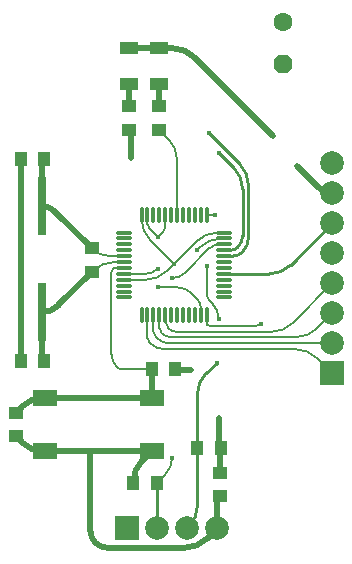
<source format=gtl>
G04*
G04 #@! TF.GenerationSoftware,Altium Limited,Altium Designer,20.0.14 (345)*
G04*
G04 Layer_Physical_Order=1*
G04 Layer_Color=255*
%FSAX44Y44*%
%MOMM*%
G71*
G01*
G75*
%ADD10C,0.2500*%
%ADD11C,0.2000*%
%ADD13O,1.4000X0.3000*%
%ADD14O,0.3000X1.4000*%
%ADD15R,1.0000X1.2500*%
%ADD16R,1.2500X1.0000*%
%ADD17R,1.6000X1.0000*%
%ADD18R,2.1000X1.4000*%
%ADD19R,0.8000X5.0000*%
%ADD34C,0.5000*%
%ADD35P,1.7318X8X112.5*%
%ADD36C,1.6000*%
%ADD37C,2.0000*%
%ADD38R,2.0000X2.0000*%
%ADD39R,2.0000X2.0000*%
%ADD40C,0.4000*%
D10*
X00394600Y00546258D02*
G03*
X00394500Y00546500I-00000342J00000000D01*
G01*
X00436189Y00639440D02*
G03*
X00428750Y00621479I00017960J-00017960D01*
G01*
X00421311Y00509310D02*
G03*
X00428750Y00527271I-00017960J00017960D01*
G01*
X00467000Y00795479D02*
G03*
X00459561Y00813439I-00025400J00000000D01*
G01*
X00463000Y00746000D02*
G03*
X00467000Y00755657I-00009657J00009657D01*
G01*
X00456964Y00743500D02*
G03*
X00463000Y00746000I00000000J00008537D01*
G01*
X00472000Y00798624D02*
G03*
X00464561Y00816585I-00025400J00000000D01*
G01*
X00458550Y00738500D02*
G03*
X00467000Y00742000I00000000J00011950D01*
G01*
D02*
G03*
X00472000Y00754071I-00012071J00012071D01*
G01*
X00489779Y00723500D02*
G03*
X00507739Y00730939I00000000J00025400D01*
G01*
X00436189Y00639440D02*
X00445000Y00648250D01*
X00394600Y00508000D02*
Y00546258D01*
X00428750Y00576000D02*
Y00621479D01*
X00420000Y00508000D02*
X00421311Y00509310D01*
X00428750Y00527271D02*
Y00576000D01*
X00467000Y00755657D02*
Y00795479D01*
X00451000Y00743500D02*
X00456964D01*
X00451000Y00738500D02*
X00458550D01*
X00472000Y00754071D02*
Y00798624D01*
X00451000Y00723500D02*
X00489779D01*
X00507739Y00730939D02*
X00543000Y00766200D01*
X00447000Y00826000D02*
X00459561Y00813439D01*
X00438396Y00842750D02*
X00464561Y00816585D01*
D11*
X00477422Y00679000D02*
G03*
X00482250Y00681000I00000000J00006828D01*
G01*
X00384635Y00723500D02*
G03*
X00395500Y00728000I00000000J00015365D01*
G01*
X00385084Y00718500D02*
G03*
X00402865Y00725865I00000000J00025146D01*
G01*
X00385084Y00718500D02*
G03*
X00402865Y00725865I00000000J00025146D01*
G01*
X00445916Y00758500D02*
G03*
X00428135Y00751135I00000000J-00025146D01*
G01*
X00381500Y00769915D02*
G03*
X00388866Y00752134I00025146J00000000D01*
G01*
X00381500Y00769915D02*
G03*
X00388866Y00752134I00025146J00000000D01*
G01*
X00385084Y00718500D02*
G03*
X00402865Y00725865I00000000J00025146D01*
G01*
X00381500Y00769915D02*
G03*
X00388866Y00752134I00025146J00000000D01*
G01*
X00445916Y00758500D02*
G03*
X00428135Y00751135I00000000J-00025146D01*
G01*
X00385084Y00718500D02*
G03*
X00402865Y00725865I00000000J00025146D01*
G01*
X00445916Y00758500D02*
G03*
X00428135Y00751135I00000000J-00025146D01*
G01*
X00381500Y00769915D02*
G03*
X00388866Y00752134I00025146J00000000D01*
G01*
X00445916Y00758500D02*
G03*
X00428135Y00751135I00000000J-00025146D01*
G01*
X00411500Y00819979D02*
G03*
X00404061Y00837939I-00025400J00000000D01*
G01*
X00436750Y00680500D02*
G03*
X00440371Y00679000I00003621J00003621D01*
G01*
X00436501Y00681102D02*
G03*
X00436750Y00680500I00000852J00000000D01*
G01*
X00401416Y00553416D02*
G03*
X00407250Y00567500I-00014084J00014084D01*
G01*
X00358270Y00733500D02*
G03*
X00340310Y00726060I00000000J-00025400D01*
G01*
X00339249Y00745000D02*
G03*
X00354941Y00738500I00015692J00015692D01*
G01*
X00358707Y00728500D02*
G03*
X00357500Y00728000I00000000J-00001707D01*
G01*
X00357348Y00727848D02*
G03*
X00356000Y00724593I00003255J-00003255D01*
G01*
Y00656071D02*
G03*
X00361000Y00644000I00017071J00000000D01*
G01*
D02*
G03*
X00363414Y00643000I00002414J00002414D01*
G01*
X00529890Y00652310D02*
G03*
X00511929Y00659750I-00017960J-00017960D01*
G01*
X00386500Y00669225D02*
G03*
X00388250Y00665000I00005975J00000000D01*
G01*
D02*
G03*
X00400925Y00659750I00012675J00012675D01*
G01*
X00393750Y00669500D02*
G03*
X00405579Y00664600I00011829J00011829D01*
G01*
X00391500Y00674931D02*
G03*
X00393750Y00669500I00007681J00000000D01*
G01*
X00396500Y00678078D02*
G03*
X00398500Y00673250I00006828J00000000D01*
G01*
X00404250Y00677250D02*
G03*
X00410889Y00674500I00006639J00006639D01*
G01*
X00398500Y00673250D02*
G03*
X00406346Y00670000I00007846J00007846D01*
G01*
X00402000Y00682682D02*
G03*
X00404250Y00677250I00007682J00000000D01*
G01*
X00512479Y00670000D02*
G03*
X00530439Y00677439I00000000J00025400D01*
G01*
X00491579Y00674500D02*
G03*
X00509539Y00681939I00000000J00025400D01*
G01*
X00446750Y00685250D02*
G03*
X00441093Y00698907I-00019314J00000000D01*
G01*
X00423361Y00707389D02*
G03*
X00412229Y00712000I-00011132J-00011132D01*
G01*
X00431500Y00695714D02*
G03*
X00429000Y00701750I-00008537J00000000D01*
G01*
X00437000Y00730000D02*
G03*
X00436750Y00729396I00000604J-00000604D01*
G01*
Y00705371D02*
G03*
X00438250Y00701750I00005121J00000000D01*
G01*
X00437105Y00773250D02*
G03*
X00436501Y00773000I00000000J-00000855D01*
G01*
X00447449Y00748500D02*
G03*
X00439000Y00745000I00000000J-00011949D01*
G01*
X00407250Y00720000D02*
G03*
X00418773Y00724773I00000000J00016296D01*
G01*
X00448771Y00753500D02*
G03*
X00430810Y00746060I00000000J-00025400D01*
G01*
X00386500Y00765750D02*
G03*
X00387738Y00762762I00004225J00000000D01*
G01*
X00401750Y00772397D02*
G03*
X00401500Y00773000I-00000852J00000000D01*
G01*
X00400159Y00759659D02*
G03*
X00401750Y00763500I-00003841J00003841D01*
G01*
X00440371Y00679000D02*
X00477422D01*
X00395500Y00712000D02*
X00412229D01*
X00388865Y00752135D02*
X00409000Y00732000D01*
X00402865Y00725865D02*
X00409000Y00732000D01*
X00428135Y00751135D01*
X00411500Y00773000D02*
Y00819979D01*
X00396500Y00845500D02*
X00404061Y00837939D01*
X00367001Y00718500D02*
X00385084D01*
X00436501Y00681102D02*
Y00689000D01*
X00445916Y00758500D02*
X00451000D01*
X00381500Y00769915D02*
Y00773000D01*
X00394500Y00546500D02*
X00401416Y00553416D01*
X00339249Y00725000D02*
X00340310Y00726060D01*
X00354941Y00738500D02*
X00367001D01*
X00358270Y00733500D02*
X00367001D01*
X00358707Y00728500D02*
X00367001D01*
X00356000Y00656071D02*
Y00724593D01*
X00357348Y00727848D02*
X00357500Y00728000D01*
X00363414Y00643000D02*
X00390000D01*
X00400925Y00659750D02*
X00511929D01*
X00529890Y00652310D02*
X00543000Y00639200D01*
X00386500Y00669225D02*
Y00689000D01*
X00405579Y00664600D02*
X00543000D01*
X00391500Y00674931D02*
Y00689000D01*
X00410889Y00674500D02*
X00491579D01*
X00396500Y00678078D02*
Y00689000D01*
X00406346Y00670000D02*
X00512479D01*
X00530439Y00677439D02*
X00543000Y00690000D01*
X00402000Y00682682D02*
Y00687794D01*
X00509539Y00681939D02*
X00543000Y00715400D01*
X00438250Y00701750D02*
X00441093Y00698907D01*
X00431500Y00689000D02*
Y00695714D01*
X00423361Y00707389D02*
X00429000Y00701750D01*
X00437105Y00773250D02*
X00443750D01*
X00436750Y00705371D02*
Y00729396D01*
X00447449Y00748500D02*
X00451000D01*
X00418773Y00724773D02*
X00439000Y00745000D01*
X00428250Y00743500D02*
X00430810Y00746060D01*
X00448771Y00753500D02*
X00451000D01*
X00395500Y00755000D02*
X00400159Y00759659D01*
X00387738Y00762762D02*
X00395500Y00755000D01*
X00386500Y00765750D02*
Y00773000D01*
X00386500Y00773000D01*
X00401750Y00763500D02*
Y00772397D01*
X00367001Y00723500D02*
X00384635D01*
D13*
X00367001Y00758500D02*
D03*
Y00753500D02*
D03*
Y00748500D02*
D03*
Y00743500D02*
D03*
Y00738500D02*
D03*
Y00733500D02*
D03*
Y00728500D02*
D03*
Y00723500D02*
D03*
Y00718500D02*
D03*
Y00713500D02*
D03*
Y00708500D02*
D03*
Y00703500D02*
D03*
X00451000D02*
D03*
Y00708500D02*
D03*
Y00713500D02*
D03*
Y00718500D02*
D03*
Y00723500D02*
D03*
Y00728500D02*
D03*
Y00733500D02*
D03*
Y00738500D02*
D03*
Y00743500D02*
D03*
Y00748500D02*
D03*
Y00753500D02*
D03*
Y00758500D02*
D03*
D14*
X00381500Y00689000D02*
D03*
X00386500D02*
D03*
X00391500D02*
D03*
X00396500D02*
D03*
X00401500D02*
D03*
X00406500D02*
D03*
X00411500D02*
D03*
X00416501D02*
D03*
X00421500D02*
D03*
X00426501D02*
D03*
X00431500D02*
D03*
X00436501D02*
D03*
Y00773000D02*
D03*
X00431500D02*
D03*
X00426501D02*
D03*
X00421500D02*
D03*
X00416501D02*
D03*
X00411500D02*
D03*
X00406500D02*
D03*
X00401500D02*
D03*
X00396500D02*
D03*
X00391500D02*
D03*
X00386500D02*
D03*
X00381500D02*
D03*
D15*
X00390000Y00643000D02*
D03*
X00410000D02*
D03*
X00374500Y00546500D02*
D03*
X00394500D02*
D03*
X00448750Y00576000D02*
D03*
X00428750D02*
D03*
X00279000Y00650000D02*
D03*
X00299000D02*
D03*
X00279000Y00821000D02*
D03*
X00299000D02*
D03*
D16*
X00448000Y00535250D02*
D03*
Y00555250D02*
D03*
X00339249Y00725000D02*
D03*
Y00745000D02*
D03*
X00396500Y00845500D02*
D03*
Y00865500D02*
D03*
X00370574Y00845499D02*
D03*
Y00865499D02*
D03*
X00275000Y00606000D02*
D03*
Y00586000D02*
D03*
D17*
X00396500Y00884500D02*
D03*
Y00914500D02*
D03*
X00370574Y00884500D02*
D03*
Y00914500D02*
D03*
D18*
X00300000Y00618501D02*
D03*
Y00573501D02*
D03*
X00390000Y00618501D02*
D03*
Y00573501D02*
D03*
D19*
X00297000Y00691000D02*
D03*
Y00781000D02*
D03*
D34*
X00425940Y00907060D02*
G03*
X00407979Y00914500I-00017960J-00017960D01*
G01*
X00447250Y00579621D02*
G03*
X00448750Y00576000I00005121J00000000D01*
G01*
X00448750D02*
G03*
X00448000Y00574189I00001811J-00001811D01*
G01*
X00410000Y00643000D02*
G03*
X00411811Y00642250I00001811J00001811D01*
G01*
X00531733Y00796267D02*
G03*
X00543000Y00791600I00011267J00011267D01*
G01*
X00297000Y00691000D02*
G03*
X00311084Y00696834I00000000J00019917D01*
G01*
X00297000Y00654829D02*
G03*
X00299000Y00650000I00006828J00000000D01*
G01*
X00307667Y00776582D02*
G03*
X00297000Y00781000I-00010667J-00010668D01*
G01*
X00299000Y00821000D02*
G03*
X00297000Y00816171I00004828J-00004828D01*
G01*
X00298022Y00618501D02*
G03*
X00280061Y00611061I00000000J-00025400D01*
G01*
X00418629Y00491750D02*
G03*
X00436590Y00499189I00000000J00025400D01*
G01*
X00342500Y00495750D02*
G03*
X00352157Y00491750I00009657J00009657D01*
G01*
X00338250Y00506010D02*
G03*
X00342500Y00495750I00014510J00000000D01*
G01*
X00381940Y00565440D02*
G03*
X00374500Y00547479I00017960J-00017960D01*
G01*
X00448000Y00535250D02*
G03*
X00445400Y00528974I00006277J-00006277D01*
G01*
X00280060Y00580940D02*
G03*
X00298020Y00573501I00017960J00017960D01*
G01*
X00447250Y00579621D02*
Y00601500D01*
X00411811Y00642250D02*
X00423750D01*
X00370574Y00845499D02*
X00372500Y00843574D01*
Y00821500D02*
Y00843574D01*
X00370574Y00865500D02*
X00370574Y00865499D01*
X00370574Y00865500D02*
Y00884500D01*
X00396500Y00914500D02*
X00407979D01*
X00425940Y00907060D02*
X00427707Y00905293D01*
Y00905293D02*
X00492500Y00840500D01*
Y00840250D02*
Y00840500D01*
X00427707Y00905293D02*
Y00905293D01*
X00396500Y00914500D02*
X00396500Y00914500D01*
X00370574Y00914500D02*
X00396500D01*
X00396500Y00884500D02*
X00396500Y00884500D01*
X00396500Y00865500D02*
Y00884500D01*
X00448000Y00555250D02*
Y00574189D01*
X00513000Y00815000D02*
X00531733Y00796267D01*
X00297000Y00654829D02*
Y00691000D01*
Y00781000D02*
Y00816171D01*
X00311084Y00696834D02*
X00339249Y00725000D01*
X00307667Y00776582D02*
X00339249Y00745000D01*
X00298022Y00618501D02*
X00300000D01*
X00275000Y00606000D02*
X00280061Y00611061D01*
X00445400Y00508000D02*
Y00528974D01*
X00436590Y00499189D02*
X00445400Y00508000D01*
X00338250Y00573501D02*
X00390000D01*
X00300000D02*
X00338250D01*
X00352157Y00491750D02*
X00418629D01*
X00338250Y00506010D02*
Y00573501D01*
X00381940Y00565440D02*
X00390000Y00573501D01*
X00374500Y00546500D02*
Y00547479D01*
X00298020Y00573501D02*
X00300000D01*
X00275000Y00586000D02*
X00280060Y00580940D01*
X00300000Y00618501D02*
X00390000D01*
Y00643000D01*
X00279000Y00650001D02*
X00279000Y00650000D01*
X00279000Y00650001D02*
Y00821000D01*
D35*
X00501000Y00901500D02*
D03*
D36*
Y00936500D02*
D03*
D37*
X00445400Y00508000D02*
D03*
X00394600D02*
D03*
X00420000D02*
D03*
X00543000Y00817000D02*
D03*
Y00766200D02*
D03*
Y00690000D02*
D03*
Y00664600D02*
D03*
Y00715400D02*
D03*
Y00740800D02*
D03*
Y00791600D02*
D03*
D38*
X00369200Y00508000D02*
D03*
D39*
X00543000Y00639200D02*
D03*
D40*
X00445000Y00648250D02*
D03*
X00395500Y00712000D02*
D03*
X00372500Y00821500D02*
D03*
X00492500Y00840250D02*
D03*
X00447250Y00601500D02*
D03*
X00423750Y00642250D02*
D03*
X00446750Y00685250D02*
D03*
X00443750Y00773250D02*
D03*
X00482250Y00681000D02*
D03*
X00407250Y00567500D02*
D03*
Y00720000D02*
D03*
X00437000Y00730000D02*
D03*
X00428250Y00743500D02*
D03*
X00513000Y00815000D02*
D03*
X00447000Y00826000D02*
D03*
X00438396Y00842750D02*
D03*
X00395500Y00728000D02*
D03*
Y00755000D02*
D03*
X00409000Y00732000D02*
D03*
M02*

</source>
